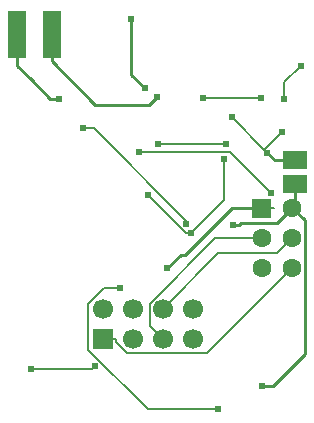
<source format=gbl>
G04 Layer: BottomLayer*
G04 EasyEDA v6.4.5, 2020-09-10T17:23:05--4:00*
G04 2e966794ef5b4dc9b60ed7227ec9bd29,ebf70693e8d24e819ce4a1bff5f43d4f,10*
G04 Gerber Generator version 0.2*
G04 Scale: 100 percent, Rotated: No, Reflected: No *
G04 Dimensions in millimeters *
G04 leading zeros omitted , absolute positions ,3 integer and 3 decimal *
%FSLAX33Y33*%
%MOMM*%
G90*
G71D02*

%ADD10C,0.254000*%
%ADD11C,0.159995*%
%ADD14C,0.610006*%
%ADD15C,0.609600*%
%ADD25C,1.699997*%
%ADD26C,1.599997*%
%ADD29R,1.999996X1.524000*%

%LPD*%
G54D10*
G01X30607Y20828D02*
G01X30607Y19050D01*
G01X30353Y18796D01*
G01X28245Y23517D02*
G01X28903Y22860D01*
G01X30607Y22860D01*
G01X10033Y33528D02*
G01X10033Y31242D01*
G01X13716Y27559D01*
G01X18288Y27559D01*
G01X18923Y28194D01*
G01X7112Y33528D02*
G01X7112Y30861D01*
G01X8255Y29718D01*
G01X9906Y28067D01*
G01X10668Y28067D01*
G01X27813Y3771D02*
G01X28791Y3771D01*
G01X31496Y6477D01*
G01X31496Y11811D01*
G01X31496Y17780D01*
G01X31369Y17907D01*
G01X30353Y18796D01*
G01X25400Y17399D02*
G01X25908Y17399D01*
G01X26035Y17526D01*
G01X29083Y17526D01*
G01X30353Y18796D01*
G01X21336Y14859D02*
G01X20955Y14859D01*
G01X19812Y13716D01*
G01X27813Y18796D02*
G01X25273Y18796D01*
G01X21336Y14859D01*
G54D11*
G01X29718Y28067D02*
G01X29718Y29464D01*
G01X31115Y30861D01*
G54D10*
G01X16764Y34798D02*
G01X16764Y30099D01*
G01X17907Y28956D01*
G54D11*
G01X27697Y28158D02*
G01X22860Y28158D01*
G01X12622Y25562D02*
G01X13559Y25562D01*
G01X21370Y17752D01*
G01X21370Y17498D01*
G01X24113Y1778D02*
G01X18184Y1778D01*
G01X13125Y6837D01*
G01X13125Y10716D01*
G01X14418Y12009D01*
G01X15776Y12009D01*
G01X30353Y16256D02*
G01X29083Y14986D01*
G01X24130Y14986D01*
G01X19431Y10287D01*
G01X27813Y18796D02*
G01X28855Y18796D01*
G01X19431Y7747D02*
G01X18322Y8856D01*
G01X18322Y10736D01*
G01X23838Y16256D01*
G01X27813Y16256D01*
G01X15444Y7747D02*
G01X15444Y7472D01*
G01X16356Y6560D01*
G01X23198Y6560D01*
G01X30353Y13716D01*
G01X14351Y7747D02*
G01X15444Y7747D01*
G01X8235Y5196D02*
G01X13394Y5196D01*
G01X13648Y5450D01*
G01X27999Y23761D02*
G01X29500Y25262D01*
G01X28245Y23517D02*
G01X28243Y23517D01*
G01X27999Y23761D01*
G01X27999Y23761D02*
G01X25256Y26507D01*
G01X24755Y24264D02*
G01X18984Y24264D01*
G01X18184Y19911D02*
G01X21377Y16718D01*
G01X21832Y16718D01*
G01X21832Y16718D02*
G01X24618Y19502D01*
G01X24618Y22964D01*
G01X17387Y23525D02*
G01X25136Y23525D01*
G01X28583Y20078D01*
G36*
G01X6350Y35527D02*
G01X7874Y35527D01*
G01X7874Y31528D01*
G01X6350Y31528D01*
G01X6350Y35527D01*
G37*
G36*
G01X9271Y35527D02*
G01X10795Y35527D01*
G01X10795Y31528D01*
G01X9271Y31528D01*
G01X9271Y35527D01*
G37*
G54D29*
G01X30607Y20828D03*
G01X30607Y22860D03*
G36*
G01X13502Y8596D02*
G01X15201Y8596D01*
G01X15201Y6897D01*
G01X13502Y6897D01*
G01X13502Y8596D01*
G37*
G54D25*
G01X14351Y10287D03*
G01X16891Y7747D03*
G01X16891Y10287D03*
G01X19431Y7747D03*
G01X19431Y10287D03*
G01X21971Y7747D03*
G01X21971Y10287D03*
G54D26*
G01X30353Y13716D03*
G01X27813Y13716D03*
G01X30353Y16256D03*
G01X27813Y16256D03*
G01X30353Y18796D03*
G36*
G01X27013Y19595D02*
G01X28613Y19595D01*
G01X28613Y17996D01*
G01X27013Y17996D01*
G01X27013Y19595D01*
G37*
G54D14*
G01X17387Y23525D03*
G01X28583Y20078D03*
G01X24618Y22964D03*
G01X18184Y19911D03*
G01X21832Y16718D03*
G01X18984Y24264D03*
G01X24755Y24264D03*
G01X29500Y25262D03*
G01X25256Y26507D03*
G01X28245Y23517D03*
G01X8235Y5196D03*
G01X13648Y5450D03*
G01X15776Y12009D03*
G01X24113Y1778D03*
G01X21370Y17498D03*
G01X12622Y25562D03*
G01X27697Y28158D03*
G01X22860Y28158D03*
G54D15*
G01X16764Y34798D03*
G01X17907Y28956D03*
G01X29718Y28067D03*
G01X31115Y30861D03*
G01X19812Y13716D03*
G01X25400Y17399D03*
G01X27813Y3773D03*
G01X10668Y28067D03*
G01X18923Y28194D03*
M00*
M02*

</source>
